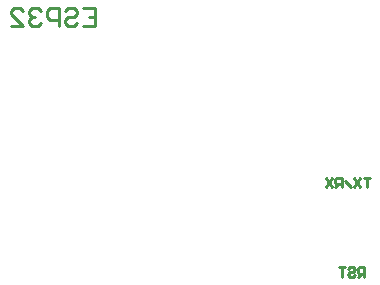
<source format=gbr>
%TF.GenerationSoftware,Altium Limited,Altium Designer,24.7.2 (38)*%
G04 Layer_Color=32896*
%FSLAX45Y45*%
%MOMM*%
%TF.SameCoordinates,2370CFE6-064A-4C8F-A3BC-26C693B17082*%
%TF.FilePolarity,Positive*%
%TF.FileFunction,Legend,Bot*%
%TF.Part,Single*%
G01*
G75*
%TA.AperFunction,NonConductor*%
%ADD10C,0.25400*%
D10*
X3487420Y2402840D02*
Y2482814D01*
X3447433D01*
X3434104Y2469485D01*
Y2442827D01*
X3447433Y2429498D01*
X3487420D01*
X3460762D02*
X3434104Y2402840D01*
X3354130Y2469485D02*
X3367459Y2482814D01*
X3394117D01*
X3407446Y2469485D01*
Y2456156D01*
X3394117Y2442827D01*
X3367459D01*
X3354130Y2429498D01*
Y2416169D01*
X3367459Y2402840D01*
X3394117D01*
X3407446Y2416169D01*
X3327472Y2482814D02*
X3274156D01*
X3300814D01*
Y2402840D01*
X3536606Y3239987D02*
X3483290D01*
X3509948D01*
Y3160013D01*
X3456632Y3239987D02*
X3403316Y3160013D01*
Y3239987D02*
X3456632Y3160013D01*
X3376658D02*
X3323342Y3213329D01*
X3296684Y3160013D02*
Y3239987D01*
X3256697D01*
X3243368Y3226658D01*
Y3200000D01*
X3256697Y3186671D01*
X3296684D01*
X3270026D02*
X3243368Y3160013D01*
X3216710Y3239987D02*
X3163393Y3160013D01*
Y3239987D02*
X3216710Y3160013D01*
X1103918Y4676175D02*
X1205485D01*
Y4523825D01*
X1103918D01*
X1205485Y4600000D02*
X1154702D01*
X951567Y4650783D02*
X976959Y4676175D01*
X1027742D01*
X1053134Y4650783D01*
Y4625392D01*
X1027742Y4600000D01*
X976959D01*
X951567Y4574608D01*
Y4549216D01*
X976959Y4523825D01*
X1027742D01*
X1053134Y4549216D01*
X900784Y4523825D02*
Y4676175D01*
X824608D01*
X799216Y4650783D01*
Y4600000D01*
X824608Y4574608D01*
X900784D01*
X748433Y4650783D02*
X723041Y4676175D01*
X672257D01*
X646866Y4650783D01*
Y4625392D01*
X672257Y4600000D01*
X697649D01*
X672257D01*
X646866Y4574608D01*
Y4549216D01*
X672257Y4523825D01*
X723041D01*
X748433Y4549216D01*
X494515Y4523825D02*
X596082D01*
X494515Y4625392D01*
Y4650783D01*
X519907Y4676175D01*
X570690D01*
X596082Y4650783D01*
%TF.MD5,4f8ecfa5b09bdcf2e428ef55031c03f7*%
M02*

</source>
